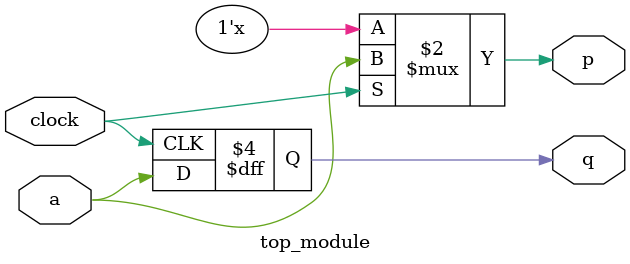
<source format=v>
module top_module (
    input clock,
    input a,
    output p,
    output q );
    
    always @(*) begin
        p <= clock ? a : p;
    end
    
    always @(negedge clock) begin
    	q <= a;
    end

endmodule

</source>
